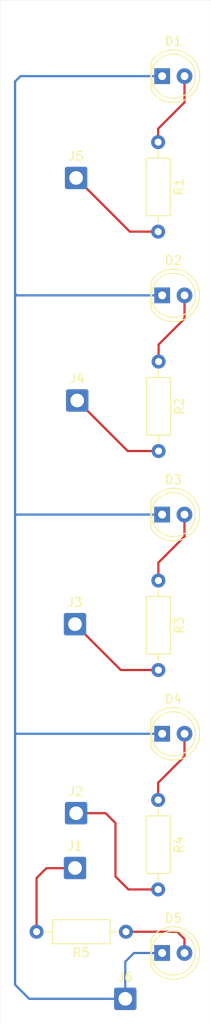
<source format=kicad_pcb>
(kicad_pcb (version 20221018) (generator pcbnew)
  (title_block (title "Guitar Hero PCB") (rev "v01") (comment 2 "creativecommons.org/licenses/by/4.0/") (comment 3 "License: CC BY 4.0") (comment 4 "Author: Christopher Ruiz"))
  (layers (0 "F.Cu" signal) (31 "B.Cu" signal) (34 "B.Paste" user) (35 "F.Paste" user) (36 "B.SilkS" user "B.Silkscreen") (37 "F.SilkS" user "F.Silkscreen") (38 "B.Mask" user) (39 "F.Mask" user) (44 "Edge.Cuts" user))
  (net 0 "")
  (net 1 "Net-(D1-K)")
  (net 2 "Net-(D1-A)")
  (net 3 "Net-(D2-A)")
  (net 4 "Net-(D3-A)")
  (net 5 "Net-(D4-A)")
  (net 6 "Net-(D5-A)")
  (net 7 "Net-(J1-Pin_1)")
  (net 8 "Net-(J2-Pin_1)")
  (net 9 "Net-(J3-Pin_1)")
  (net 10 "Net-(J4-Pin_1)")
  (net 11 "Net-(J5-Pin_1)")
  (footprint "Connector_Wire:SolderWire-0.75sqmm_1x01_D1.25mm_OD2.3mm" (layer "F.Cu") (at 141.224 174.879)
    (fp_text reference "J6" (at 0 -2.47) (layer "F.SilkS"))
    (fp_text value "Conn_01x01")
    (pad "1" thru_hole roundrect (at 0 0) (size 2.55 2.55) (drill 1.55) (layers "*.Cu" "*.Mask") (roundrect_rratio 0.09803882353) (net 1 "Net-(D1-K)"))
  )
  (footprint "Resistor_THT:R_Axial_DIN0207_L6.3mm_D2.5mm_P10.16mm_Horizontal" (layer "F.Cu") (at 144.9578 152.2984 -90)
    (fp_text reference "R4" (at 5.08 -2.37 90) (layer "F.SilkS"))
    (fp_text value "R_US")
    (fp_line (start 1.04 0) (end 1.81 0) (stroke (width 0.12)) (layer "F.SilkS"))
    (fp_line (start 1.81 -1.37) (end 1.81 1.37) (stroke (width 0.12)) (layer "F.SilkS"))
    (fp_line (start 1.81 1.37) (end 8.35 1.37) (stroke (width 0.12)) (layer "F.SilkS"))
    (fp_line (start 8.35 -1.37) (end 1.81 -1.37) (stroke (width 0.12)) (layer "F.SilkS"))
    (fp_line (start 8.35 1.37) (end 8.35 -1.37) (stroke (width 0.12)) (layer "F.SilkS"))
    (fp_line (start 9.12 0) (end 8.35 0) (stroke (width 0.12)) (layer "F.SilkS"))
    (pad "1" thru_hole circle (at 0 0 270) (size 1.6 1.6) (drill 0.8) (layers "*.Cu" "*.Mask") (net 5 "Net-(D4-A)"))
    (pad "2" thru_hole oval (at 10.16 0 270) (size 1.6 1.6) (drill 0.8) (layers "*.Cu" "*.Mask") (net 8 "Net-(J2-Pin_1)"))
  )
  (footprint "Resistor_THT:R_Axial_DIN0207_L6.3mm_D2.5mm_P10.16mm_Horizontal" (layer "F.Cu") (at 144.9578 77.597 -90)
    (fp_text reference "R1" (at 5.08 -2.37 90) (layer "F.SilkS"))
    (fp_text value "R_US")
    (fp_line (start 1.04 0) (end 1.81 0) (stroke (width 0.12)) (layer "F.SilkS"))
    (fp_line (start 1.81 -1.37) (end 1.81 1.37) (stroke (width 0.12)) (layer "F.SilkS"))
    (fp_line (start 1.81 1.37) (end 8.35 1.37) (stroke (width 0.12)) (layer "F.SilkS"))
    (fp_line (start 8.35 -1.37) (end 1.81 -1.37) (stroke (width 0.12)) (layer "F.SilkS"))
    (fp_line (start 8.35 1.37) (end 8.35 -1.37) (stroke (width 0.12)) (layer "F.SilkS"))
    (fp_line (start 9.12 0) (end 8.35 0) (stroke (width 0.12)) (layer "F.SilkS"))
    (pad "1" thru_hole circle (at 0 0 270) (size 1.6 1.6) (drill 0.8) (layers "*.Cu" "*.Mask") (net 2 "Net-(D1-A)"))
    (pad "2" thru_hole oval (at 10.16 0 270) (size 1.6 1.6) (drill 0.8) (layers "*.Cu" "*.Mask") (net 11 "Net-(J5-Pin_1)"))
  )
  (footprint "LED_THT:LED_D5.0mm" (layer "F.Cu") (at 145.415 70.104)
    (fp_text reference "D1" (at 1.27 -3.96) (layer "F.SilkS"))
    (fp_text value "LED")
    (fp_line (start -1.29 -1.545) (end -1.29 1.545) (stroke (width 0.12)) (layer "F.SilkS"))
    (fp_arc (start -1.29 -1.54483) (mid 2.072002 -2.880433) (end 4.26 0.000462) (stroke (width 0.12)) (layer "F.SilkS"))
    (fp_arc (start 4.26 -0.000462) (mid 2.072002 2.880433) (end -1.29 1.54483) (stroke (width 0.12)) (layer "F.SilkS"))
    (fp_circle (center 1.27 0) (end 3.77 0) (stroke (width 0.12)) (fill none) (layer "F.SilkS"))
    (pad "1" thru_hole rect (at 0 0) (size 1.8 1.8) (drill 0.9) (layers "*.Cu" "*.Mask") (net 1 "Net-(D1-K)"))
    (pad "2" thru_hole circle (at 2.54 0) (size 1.8 1.8) (drill 0.9) (layers "*.Cu" "*.Mask") (net 2 "Net-(D1-A)"))
  )
  (footprint "Connector_Wire:SolderWire-0.75sqmm_1x01_D1.25mm_OD2.3mm" (layer "F.Cu") (at 135.636 153.797)
    (fp_text reference "J2" (at 0 -2.47) (layer "F.SilkS"))
    (fp_text value "Conn_01x01")
    (pad "1" thru_hole roundrect (at 0 0) (size 2.55 2.55) (drill 1.55) (layers "*.Cu" "*.Mask") (roundrect_rratio 0.09803882353) (net 8 "Net-(J2-Pin_1)"))
  )
  (footprint "LED_THT:LED_D5.0mm" (layer "F.Cu") (at 145.41 119.888)
    (fp_text reference "D3" (at 1.27 -3.96) (layer "F.SilkS"))
    (fp_text value "LED")
    (fp_line (start -1.29 -1.545) (end -1.29 1.545) (stroke (width 0.12)) (layer "F.SilkS"))
    (fp_arc (start -1.29 -1.54483) (mid 2.072002 -2.880433) (end 4.26 0.000462) (stroke (width 0.12)) (layer "F.SilkS"))
    (fp_arc (start 4.26 -0.000462) (mid 2.072002 2.880433) (end -1.29 1.54483) (stroke (width 0.12)) (layer "F.SilkS"))
    (fp_circle (center 1.27 0) (end 3.77 0) (stroke (width 0.12)) (fill none) (layer "F.SilkS"))
    (pad "1" thru_hole rect (at 0 0) (size 1.8 1.8) (drill 0.9) (layers "*.Cu" "*.Mask") (net 1 "Net-(D1-K)"))
    (pad "2" thru_hole circle (at 2.54 0) (size 1.8 1.8) (drill 0.9) (layers "*.Cu" "*.Mask") (net 4 "Net-(D3-A)"))
  )
  (footprint "Resistor_THT:R_Axial_DIN0207_L6.3mm_D2.5mm_P10.16mm_Horizontal" (layer "F.Cu") (at 141.3002 167.259 180)
    (fp_text reference "R5" (at 5.08 -2.37) (layer "F.SilkS"))
    (fp_text value "R_US")
    (fp_line (start 1.04 0) (end 1.81 0) (stroke (width 0.12)) (layer "F.SilkS"))
    (fp_line (start 1.81 -1.37) (end 1.81 1.37) (stroke (width 0.12)) (layer "F.SilkS"))
    (fp_line (start 1.81 1.37) (end 8.35 1.37) (stroke (width 0.12)) (layer "F.SilkS"))
    (fp_line (start 8.35 -1.37) (end 1.81 -1.37) (stroke (width 0.12)) (layer "F.SilkS"))
    (fp_line (start 8.35 1.37) (end 8.35 -1.37) (stroke (width 0.12)) (layer "F.SilkS"))
    (fp_line (start 9.12 0) (end 8.35 0) (stroke (width 0.12)) (layer "F.SilkS"))
    (pad "1" thru_hole circle (at 0 0 180) (size 1.6 1.6) (drill 0.8) (layers "*.Cu" "*.Mask") (net 6 "Net-(D5-A)"))
    (pad "2" thru_hole oval (at 10.16 0 180) (size 1.6 1.6) (drill 0.8) (layers "*.Cu" "*.Mask") (net 7 "Net-(J1-Pin_1)"))
  )
  (footprint "LED_THT:LED_D5.0mm" (layer "F.Cu") (at 145.415 144.78)
    (fp_text reference "D4" (at 1.27 -3.96) (layer "F.SilkS"))
    (fp_text value "LED")
    (fp_line (start -1.29 -1.545) (end -1.29 1.545) (stroke (width 0.12)) (layer "F.SilkS"))
    (fp_arc (start -1.29 -1.54483) (mid 2.072002 -2.880433) (end 4.26 0.000462) (stroke (width 0.12)) (layer "F.SilkS"))
    (fp_arc (start 4.26 -0.000462) (mid 2.072002 2.880433) (end -1.29 1.54483) (stroke (width 0.12)) (layer "F.SilkS"))
    (fp_circle (center 1.27 0) (end 3.77 0) (stroke (width 0.12)) (fill none) (layer "F.SilkS"))
    (pad "1" thru_hole rect (at 0 0) (size 1.8 1.8) (drill 0.9) (layers "*.Cu" "*.Mask") (net 1 "Net-(D1-K)"))
    (pad "2" thru_hole circle (at 2.54 0) (size 1.8 1.8) (drill 0.9) (layers "*.Cu" "*.Mask") (net 5 "Net-(D4-A)"))
  )
  (footprint "Connector_Wire:SolderWire-0.75sqmm_1x01_D1.25mm_OD2.3mm" (layer "F.Cu") (at 135.509 132.334)
    (fp_text reference "J3" (at 0 -2.47) (layer "F.SilkS"))
    (fp_text value "Conn_01x01")
    (pad "1" thru_hole roundrect (at 0 0) (size 2.55 2.55) (drill 1.55) (layers "*.Cu" "*.Mask") (roundrect_rratio 0.09803882353) (net 9 "Net-(J3-Pin_1)"))
  )
  (footprint "Resistor_THT:R_Axial_DIN0207_L6.3mm_D2.5mm_P10.16mm_Horizontal" (layer "F.Cu") (at 144.9832 127.381 -90)
    (fp_text reference "R3" (at 5.08 -2.37 90) (layer "F.SilkS"))
    (fp_text value "R_US")
    (fp_line (start 1.04 0) (end 1.81 0) (stroke (width 0.12)) (layer "F.SilkS"))
    (fp_line (start 1.81 -1.37) (end 1.81 1.37) (stroke (width 0.12)) (layer "F.SilkS"))
    (fp_line (start 1.81 1.37) (end 8.35 1.37) (stroke (width 0.12)) (layer "F.SilkS"))
    (fp_line (start 8.35 -1.37) (end 1.81 -1.37) (stroke (width 0.12)) (layer "F.SilkS"))
    (fp_line (start 8.35 1.37) (end 8.35 -1.37) (stroke (width 0.12)) (layer "F.SilkS"))
    (fp_line (start 9.12 0) (end 8.35 0) (stroke (width 0.12)) (layer "F.SilkS"))
    (pad "1" thru_hole circle (at 0 0 270) (size 1.6 1.6) (drill 0.8) (layers "*.Cu" "*.Mask") (net 4 "Net-(D3-A)"))
    (pad "2" thru_hole oval (at 10.16 0 270) (size 1.6 1.6) (drill 0.8) (layers "*.Cu" "*.Mask") (net 9 "Net-(J3-Pin_1)"))
  )
  (footprint "Connector_Wire:SolderWire-0.75sqmm_1x01_D1.25mm_OD2.3mm" (layer "F.Cu") (at 135.509 160.02)
    (fp_text reference "J1" (at 0 -2.47) (layer "F.SilkS"))
    (fp_text value "Conn_01x01")
    (pad "1" thru_hole roundrect (at 0 0) (size 2.55 2.55) (drill 1.55) (layers "*.Cu" "*.Mask") (roundrect_rratio 0.09803882353) (net 7 "Net-(J1-Pin_1)"))
  )
  (footprint "Connector_Wire:SolderWire-0.75sqmm_1x01_D1.25mm_OD2.3mm" (layer "F.Cu") (at 135.763 106.934)
    (fp_text reference "J4" (at 0 -2.47) (layer "F.SilkS"))
    (fp_text value "Conn_01x01")
    (pad "1" thru_hole roundrect (at 0 0) (size 2.55 2.55) (drill 1.55) (layers "*.Cu" "*.Mask") (roundrect_rratio 0.09803882353) (net 10 "Net-(J4-Pin_1)"))
  )
  (footprint "Connector_Wire:SolderWire-0.75sqmm_1x01_D1.25mm_OD2.3mm" (layer "F.Cu") (at 135.636 81.661)
    (fp_text reference "J5" (at 0 -2.47) (layer "F.SilkS"))
    (fp_text value "Conn_01x01")
    (pad "1" thru_hole roundrect (at 0 0) (size 2.55 2.55) (drill 1.55) (layers "*.Cu" "*.Mask") (roundrect_rratio 0.09803882353) (net 11 "Net-(J5-Pin_1)"))
  )
  (footprint "LED_THT:LED_D5.0mm" (layer "F.Cu") (at 145.415 94.996)
    (fp_text reference "D2" (at 1.27 -3.96) (layer "F.SilkS"))
    (fp_text value "LED")
    (fp_line (start -1.29 -1.545) (end -1.29 1.545) (stroke (width 0.12)) (layer "F.SilkS"))
    (fp_arc (start -1.29 -1.54483) (mid 2.072002 -2.880433) (end 4.26 0.000462) (stroke (width 0.12)) (layer "F.SilkS"))
    (fp_arc (start 4.26 -0.000462) (mid 2.072002 2.880433) (end -1.29 1.54483) (stroke (width 0.12)) (layer "F.SilkS"))
    (fp_circle (center 1.27 0) (end 3.77 0) (stroke (width 0.12)) (fill none) (layer "F.SilkS"))
    (pad "1" thru_hole rect (at 0 0) (size 1.8 1.8) (drill 0.9) (layers "*.Cu" "*.Mask") (net 1 "Net-(D1-K)"))
    (pad "2" thru_hole circle (at 2.54 0) (size 1.8 1.8) (drill 0.9) (layers "*.Cu" "*.Mask") (net 3 "Net-(D2-A)"))
  )
  (footprint "Resistor_THT:R_Axial_DIN0207_L6.3mm_D2.5mm_P10.16mm_Horizontal" (layer "F.Cu") (at 145.0086 102.5144 -90)
    (fp_text reference "R2" (at 5.08 -2.37 90) (layer "F.SilkS"))
    (fp_text value "R_US")
    (fp_line (start 1.04 0) (end 1.81 0) (stroke (width 0.12)) (layer "F.SilkS"))
    (fp_line (start 1.81 -1.37) (end 1.81 1.37) (stroke (width 0.12)) (layer "F.SilkS"))
    (fp_line (start 1.81 1.37) (end 8.35 1.37) (stroke (width 0.12)) (layer "F.SilkS"))
    (fp_line (start 8.35 -1.37) (end 1.81 -1.37) (stroke (width 0.12)) (layer "F.SilkS"))
    (fp_line (start 8.35 1.37) (end 8.35 -1.37) (stroke (width 0.12)) (layer "F.SilkS"))
    (fp_line (start 9.12 0) (end 8.35 0) (stroke (width 0.12)) (layer "F.SilkS"))
    (pad "1" thru_hole circle (at 0 0 270) (size 1.6 1.6) (drill 0.8) (layers "*.Cu" "*.Mask") (net 3 "Net-(D2-A)"))
    (pad "2" thru_hole oval (at 10.16 0 270) (size 1.6 1.6) (drill 0.8) (layers "*.Cu" "*.Mask") (net 10 "Net-(J4-Pin_1)"))
  )
  (footprint "LED_THT:LED_D5.0mm" (layer "F.Cu") (at 145.41 169.672)
    (fp_text reference "D5" (at 1.27 -3.96) (layer "F.SilkS"))
    (fp_text value "LED")
    (fp_line (start -1.29 -1.545) (end -1.29 1.545) (stroke (width 0.12)) (layer "F.SilkS"))
    (fp_arc (start -1.29 -1.54483) (mid 2.072002 -2.880433) (end 4.26 0.000462) (stroke (width 0.12)) (layer "F.SilkS"))
    (fp_arc (start 4.26 -0.000462) (mid 2.072002 2.880433) (end -1.29 1.54483) (stroke (width 0.12)) (layer "F.SilkS"))
    (fp_circle (center 1.27 0) (end 3.77 0) (stroke (width 0.12)) (fill none) (layer "F.SilkS"))
    (pad "1" thru_hole rect (at 0 0) (size 1.8 1.8) (drill 0.9) (layers "*.Cu" "*.Mask") (net 1 "Net-(D1-K)"))
    (pad "2" thru_hole circle (at 2.54 0) (size 1.8 1.8) (drill 0.9) (layers "*.Cu" "*.Mask") (net 6 "Net-(D5-A)"))
  )
  (gr_line (start 150.968964 177.748946) (end 127 177.748946) (stroke (width 0.0254)) (layer "Edge.Cuts"))
  (gr_line (start 127 177.748946) (end 127 61.468) (stroke (width 0.0254)) (layer "Edge.Cuts"))
  (gr_line (start 127 61.468) (end 150.968964 61.468) (stroke (width 0.0254)) (layer "Edge.Cuts"))
  (gr_line (start 150.968964 61.468) (end 150.968964 177.748946) (stroke (width 0.0254)) (layer "Edge.Cuts"))
  (segment (start 128.7018 94.7928) (end 128.7018 119.9388) (width 0.254) (layer "B.Cu") (net 1))
  (segment (start 128.7018 70.7136) (end 128.7018 94.7928) (width 0.254) (layer "B.Cu") (net 1))
  (segment (start 129.3114 70.104) (end 128.7018 70.7136) (width 0.254) (layer "B.Cu") (net 1))
  (segment (start 142.2146 169.672) (end 141.224 170.6626) (width 0.254) (layer "B.Cu") (net 1))
  (segment (start 128.7018 144.6276) (end 128.7018 173.2788) (width 0.254) (layer "B.Cu") (net 1))
  (segment (start 130.302 174.879) (end 141.224 174.879) (width 0.254) (layer "B.Cu") (net 1))
  (segment (start 145.41 119.888) (end 128.7526 119.888) (width 0.254) (layer "B.Cu") (net 1))
  (segment (start 145.41 169.672) (end 142.2146 169.672) (width 0.254) (layer "B.Cu") (net 1))
  (segment (start 128.8542 144.78) (end 128.7018 144.6276) (width 0.254) (layer "B.Cu") (net 1))
  (segment (start 145.415 94.996) (end 128.905 94.996) (width 0.254) (layer "B.Cu") (net 1))
  (segment (start 128.7526 119.888) (end 128.7018 119.9388) (width 0.254) (layer "B.Cu") (net 1))
  (segment (start 145.415 144.78) (end 128.8542 144.78) (width 0.254) (layer "B.Cu") (net 1))
  (segment (start 128.7018 173.2788) (end 130.302 174.879) (width 0.254) (layer "B.Cu") (net 1))
  (segment (start 141.224 170.6626) (end 141.224 174.879) (width 0.254) (layer "B.Cu") (net 1))
  (segment (start 128.7018 119.9388) (end 128.7018 144.6276) (width 0.254) (layer "B.Cu") (net 1))
  (segment (start 145.415 70.104) (end 129.3114 70.104) (width 0.254) (layer "B.Cu") (net 1))
  (segment (start 128.905 94.996) (end 128.7018 94.7928) (width 0.254) (layer "B.Cu") (net 1))
  (segment (start 144.9578 76.073) (end 147.955 73.0758) (width 0.254) (layer "F.Cu") (net 2))
  (segment (start 147.955 73.0758) (end 147.955 70.104) (width 0.254) (layer "F.Cu") (net 2))
  (segment (start 144.9578 77.597) (end 144.9578 76.073) (width 0.254) (layer "F.Cu") (net 2))
  (segment (start 145.0086 100.584) (end 147.955 97.6376) (width 0.254) (layer "F.Cu") (net 3))
  (segment (start 147.955 97.6376) (end 147.955 94.996) (width 0.254) (layer "F.Cu") (net 3))
  (segment (start 145.0086 102.5144) (end 145.0086 100.584) (width 0.254) (layer "F.Cu") (net 3))
  (segment (start 147.95 122.3214) (end 147.95 119.888) (width 0.254) (layer "F.Cu") (net 4))
  (segment (start 144.9832 125.349) (end 147.9804 122.3518) (width 0.254) (layer "F.Cu") (net 4))
  (segment (start 147.9804 122.3518) (end 147.95 122.3214) (width 0.254) (layer "F.Cu") (net 4))
  (segment (start 144.9832 127.381) (end 144.9832 125.349) (width 0.254) (layer "F.Cu") (net 4))
  (segment (start 147.955 147.3454) (end 147.955 144.78) (width 0.254) (layer "F.Cu") (net 5))
  (segment (start 144.9578 152.2984) (end 144.9578 150.3426) (width 0.254) (layer "F.Cu") (net 5))
  (segment (start 144.9578 150.3426) (end 147.955 147.3454) (width 0.254) (layer "F.Cu") (net 5))
  (segment (start 147.95 168.0922) (end 147.95 169.672) (width 0.254) (layer "F.Cu") (net 6))
  (segment (start 141.3002 167.259) (end 147.1168 167.259) (width 0.254) (layer "F.Cu") (net 6))
  (segment (start 147.1168 167.259) (end 147.95 168.0922) (width 0.254) (layer "F.Cu") (net 6))
  (segment (start 131.1402 161.163) (end 132.2578 160.0454) (width 0.254) (layer "F.Cu") (net 7))
  (segment (start 135.4836 160.0454) (end 135.509 160.02) (width 0.254) (layer "F.Cu") (net 7))
  (segment (start 131.1402 167.259) (end 131.1402 161.163) (width 0.254) (layer "F.Cu") (net 7))
  (segment (start 132.2578 160.0454) (end 135.4836 160.0454) (width 0.254) (layer "F.Cu") (net 7))
  (segment (start 141.5796 162.4584) (end 144.9578 162.4584) (width 0.254) (layer "F.Cu") (net 8))
  (segment (start 135.636 153.797) (end 138.9888 153.797) (width 0.254) (layer "F.Cu") (net 8))
  (segment (start 140.1064 160.9852) (end 141.5796 162.4584) (width 0.254) (layer "F.Cu") (net 8))
  (segment (start 140.1064 154.9146) (end 140.1064 160.9852) (width 0.254) (layer "F.Cu") (net 8))
  (segment (start 138.9888 153.797) (end 140.1064 154.9146) (width 0.254) (layer "F.Cu") (net 8))
  (segment (start 144.9832 137.541) (end 140.716 137.541) (width 0.254) (layer "F.Cu") (net 9))
  (segment (start 140.716 137.541) (end 135.509 132.334) (width 0.254) (layer "F.Cu") (net 9))
  (segment (start 135.763 106.934) (end 141.5034 112.6744) (width 0.254) (layer "F.Cu") (net 10))
  (segment (start 141.5034 112.6744) (end 145.0086 112.6744) (width 0.254) (layer "F.Cu") (net 10))
  (segment (start 141.732 87.757) (end 144.9578 87.757) (width 0.254) (layer "F.Cu") (net 11))
  (segment (start 135.636 81.661) (end 141.732 87.757) (width 0.254) (layer "F.Cu") (net 11))
)
</source>
